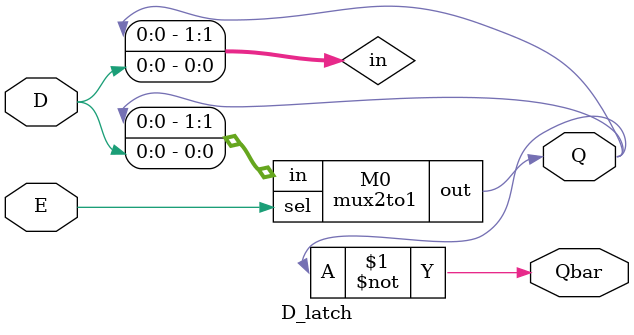
<source format=v>
module mux2to1(in,sel,out);
input[1:0] in;
input sel;
output out;
wire t1,t2,t3;
not G1(t1,sel);
and G2(t2,in[0],t1);
and G3(t3,in[1],sel);
or G4(out,t2,t3);
endmodule
module D_latch(D,E,Q,Qbar);
input D,E;
output Q,Qbar;
wire[1:0] in;
assign in[1]=Q;
assign in[0]=D;
assign Qbar=~Q;
mux2to1 M0(in,E,Q);
endmodule
</source>
